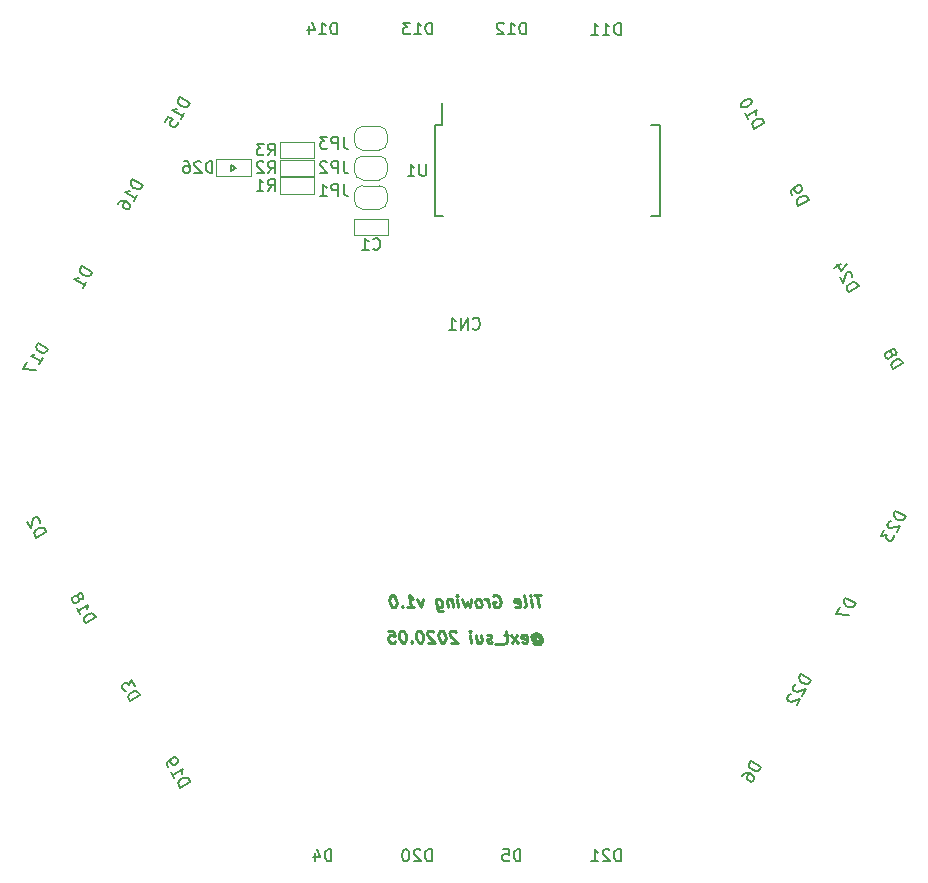
<source format=gbo>
G04 #@! TF.GenerationSoftware,KiCad,Pcbnew,(5.0.2)-1*
G04 #@! TF.CreationDate,2020-05-10T00:06:34+09:00*
G04 #@! TF.ProjectId,Tile,54696c65-2e6b-4696-9361-645f70636258,rev?*
G04 #@! TF.SameCoordinates,Original*
G04 #@! TF.FileFunction,Legend,Bot*
G04 #@! TF.FilePolarity,Positive*
%FSLAX46Y46*%
G04 Gerber Fmt 4.6, Leading zero omitted, Abs format (unit mm)*
G04 Created by KiCad (PCBNEW (5.0.2)-1) date 2020/05/10 0:06:34*
%MOMM*%
%LPD*%
G01*
G04 APERTURE LIST*
%ADD10C,0.250000*%
%ADD11C,0.150000*%
%ADD12C,0.120000*%
G04 APERTURE END LIST*
D10*
X135905729Y-121476190D02*
X135947395Y-121428571D01*
X136036681Y-121380952D01*
X136131919Y-121380952D01*
X136233110Y-121428571D01*
X136286681Y-121476190D01*
X136346205Y-121571428D01*
X136358110Y-121666666D01*
X136322395Y-121761904D01*
X136280729Y-121809523D01*
X136191443Y-121857142D01*
X136096205Y-121857142D01*
X135995014Y-121809523D01*
X135941443Y-121761904D01*
X135893824Y-121380952D02*
X135941443Y-121761904D01*
X135899776Y-121809523D01*
X135852157Y-121809523D01*
X135750967Y-121761904D01*
X135691443Y-121666666D01*
X135661681Y-121428571D01*
X135739062Y-121285714D01*
X135870014Y-121190476D01*
X136054538Y-121142857D01*
X136250967Y-121190476D01*
X136405729Y-121285714D01*
X136518824Y-121428571D01*
X136590252Y-121619047D01*
X136566443Y-121809523D01*
X136489062Y-121952380D01*
X136358110Y-122047619D01*
X136173586Y-122095238D01*
X135977157Y-122047619D01*
X135822395Y-121952380D01*
X134911681Y-121904761D02*
X135012872Y-121952380D01*
X135203348Y-121952380D01*
X135292633Y-121904761D01*
X135328348Y-121809523D01*
X135280729Y-121428571D01*
X135221205Y-121333333D01*
X135120014Y-121285714D01*
X134929538Y-121285714D01*
X134840252Y-121333333D01*
X134804538Y-121428571D01*
X134816443Y-121523809D01*
X135304538Y-121619047D01*
X134536681Y-121952380D02*
X133929538Y-121285714D01*
X134453348Y-121285714D02*
X134012872Y-121952380D01*
X133691443Y-121285714D02*
X133310491Y-121285714D01*
X133506919Y-120952380D02*
X133614062Y-121809523D01*
X133578348Y-121904761D01*
X133489062Y-121952380D01*
X133393824Y-121952380D01*
X133310491Y-122047619D02*
X132548586Y-122047619D01*
X132340252Y-121904761D02*
X132250967Y-121952380D01*
X132060491Y-121952380D01*
X131959300Y-121904761D01*
X131899776Y-121809523D01*
X131893824Y-121761904D01*
X131929538Y-121666666D01*
X132018824Y-121619047D01*
X132161681Y-121619047D01*
X132250967Y-121571428D01*
X132286681Y-121476190D01*
X132280729Y-121428571D01*
X132221205Y-121333333D01*
X132120014Y-121285714D01*
X131977157Y-121285714D01*
X131887872Y-121333333D01*
X130977157Y-121285714D02*
X131060491Y-121952380D01*
X131405729Y-121285714D02*
X131471205Y-121809523D01*
X131435491Y-121904761D01*
X131346205Y-121952380D01*
X131203348Y-121952380D01*
X131102157Y-121904761D01*
X131048586Y-121857142D01*
X130584300Y-121952380D02*
X130500967Y-121285714D01*
X130459300Y-120952380D02*
X130512872Y-121000000D01*
X130471205Y-121047619D01*
X130417633Y-121000000D01*
X130459300Y-120952380D01*
X130471205Y-121047619D01*
X129280729Y-121047619D02*
X129227157Y-121000000D01*
X129125967Y-120952380D01*
X128887872Y-120952380D01*
X128798586Y-121000000D01*
X128756919Y-121047619D01*
X128721205Y-121142857D01*
X128733110Y-121238095D01*
X128798586Y-121380952D01*
X129441443Y-121952380D01*
X128822395Y-121952380D01*
X128078348Y-120952380D02*
X127983110Y-120952380D01*
X127893824Y-121000000D01*
X127852157Y-121047619D01*
X127816443Y-121142857D01*
X127792633Y-121333333D01*
X127822395Y-121571428D01*
X127893824Y-121761904D01*
X127953348Y-121857142D01*
X128006919Y-121904761D01*
X128108110Y-121952380D01*
X128203348Y-121952380D01*
X128292633Y-121904761D01*
X128334300Y-121857142D01*
X128370014Y-121761904D01*
X128393824Y-121571428D01*
X128364062Y-121333333D01*
X128292633Y-121142857D01*
X128233110Y-121047619D01*
X128179538Y-121000000D01*
X128078348Y-120952380D01*
X127375967Y-121047619D02*
X127322395Y-121000000D01*
X127221205Y-120952380D01*
X126983110Y-120952380D01*
X126893824Y-121000000D01*
X126852157Y-121047619D01*
X126816443Y-121142857D01*
X126828348Y-121238095D01*
X126893824Y-121380952D01*
X127536681Y-121952380D01*
X126917633Y-121952380D01*
X126173586Y-120952380D02*
X126078348Y-120952380D01*
X125989062Y-121000000D01*
X125947395Y-121047619D01*
X125911681Y-121142857D01*
X125887872Y-121333333D01*
X125917633Y-121571428D01*
X125989062Y-121761904D01*
X126048586Y-121857142D01*
X126102157Y-121904761D01*
X126203348Y-121952380D01*
X126298586Y-121952380D01*
X126387872Y-121904761D01*
X126429538Y-121857142D01*
X126465252Y-121761904D01*
X126489062Y-121571428D01*
X126459300Y-121333333D01*
X126387872Y-121142857D01*
X126328348Y-121047619D01*
X126274776Y-121000000D01*
X126173586Y-120952380D01*
X125524776Y-121857142D02*
X125483110Y-121904761D01*
X125536681Y-121952380D01*
X125578348Y-121904761D01*
X125524776Y-121857142D01*
X125536681Y-121952380D01*
X124745014Y-120952380D02*
X124649776Y-120952380D01*
X124560491Y-121000000D01*
X124518824Y-121047619D01*
X124483110Y-121142857D01*
X124459300Y-121333333D01*
X124489062Y-121571428D01*
X124560491Y-121761904D01*
X124620014Y-121857142D01*
X124673586Y-121904761D01*
X124774776Y-121952380D01*
X124870014Y-121952380D01*
X124959300Y-121904761D01*
X125000967Y-121857142D01*
X125036681Y-121761904D01*
X125060491Y-121571428D01*
X125030729Y-121333333D01*
X124959300Y-121142857D01*
X124899776Y-121047619D01*
X124846205Y-121000000D01*
X124745014Y-120952380D01*
X123506919Y-120952380D02*
X123983110Y-120952380D01*
X124090252Y-121428571D01*
X124036681Y-121380952D01*
X123935491Y-121333333D01*
X123697395Y-121333333D01*
X123608110Y-121380952D01*
X123566443Y-121428571D01*
X123530729Y-121523809D01*
X123560491Y-121761904D01*
X123620014Y-121857142D01*
X123673586Y-121904761D01*
X123774776Y-121952380D01*
X124012872Y-121952380D01*
X124102157Y-121904761D01*
X124143824Y-121857142D01*
X136459300Y-117952380D02*
X135887872Y-117952380D01*
X136298586Y-118952380D02*
X136173586Y-117952380D01*
X135679538Y-118952380D02*
X135596205Y-118285714D01*
X135554538Y-117952380D02*
X135608110Y-118000000D01*
X135566443Y-118047619D01*
X135512872Y-118000000D01*
X135554538Y-117952380D01*
X135566443Y-118047619D01*
X135060491Y-118952380D02*
X135149776Y-118904761D01*
X135185491Y-118809523D01*
X135078348Y-117952380D01*
X134292633Y-118904761D02*
X134393824Y-118952380D01*
X134584300Y-118952380D01*
X134673586Y-118904761D01*
X134709300Y-118809523D01*
X134661681Y-118428571D01*
X134602157Y-118333333D01*
X134500967Y-118285714D01*
X134310491Y-118285714D01*
X134221205Y-118333333D01*
X134185491Y-118428571D01*
X134197395Y-118523809D01*
X134685491Y-118619047D01*
X132417633Y-118000000D02*
X132506919Y-117952380D01*
X132649776Y-117952380D01*
X132798586Y-118000000D01*
X132905729Y-118095238D01*
X132965252Y-118190476D01*
X133036681Y-118380952D01*
X133054538Y-118523809D01*
X133030729Y-118714285D01*
X132995014Y-118809523D01*
X132911681Y-118904761D01*
X132774776Y-118952380D01*
X132679538Y-118952380D01*
X132530729Y-118904761D01*
X132477157Y-118857142D01*
X132435491Y-118523809D01*
X132625967Y-118523809D01*
X132060491Y-118952380D02*
X131977157Y-118285714D01*
X132000967Y-118476190D02*
X131941443Y-118380952D01*
X131887872Y-118333333D01*
X131786681Y-118285714D01*
X131691443Y-118285714D01*
X131298586Y-118952380D02*
X131387872Y-118904761D01*
X131429538Y-118857142D01*
X131465252Y-118761904D01*
X131429538Y-118476190D01*
X131370014Y-118380952D01*
X131316443Y-118333333D01*
X131215252Y-118285714D01*
X131072395Y-118285714D01*
X130983110Y-118333333D01*
X130941443Y-118380952D01*
X130905729Y-118476190D01*
X130941443Y-118761904D01*
X131000967Y-118857142D01*
X131054538Y-118904761D01*
X131155729Y-118952380D01*
X131298586Y-118952380D01*
X130548586Y-118285714D02*
X130441443Y-118952380D01*
X130191443Y-118476190D01*
X130060491Y-118952380D01*
X129786681Y-118285714D01*
X129489062Y-118952380D02*
X129405729Y-118285714D01*
X129364062Y-117952380D02*
X129417633Y-118000000D01*
X129375967Y-118047619D01*
X129322395Y-118000000D01*
X129364062Y-117952380D01*
X129375967Y-118047619D01*
X128929538Y-118285714D02*
X129012872Y-118952380D01*
X128941443Y-118380952D02*
X128887872Y-118333333D01*
X128786681Y-118285714D01*
X128643824Y-118285714D01*
X128554538Y-118333333D01*
X128518824Y-118428571D01*
X128584300Y-118952380D01*
X127596205Y-118285714D02*
X127697395Y-119095238D01*
X127756919Y-119190476D01*
X127810491Y-119238095D01*
X127911681Y-119285714D01*
X128054538Y-119285714D01*
X128143824Y-119238095D01*
X127673586Y-118904761D02*
X127774776Y-118952380D01*
X127965252Y-118952380D01*
X128054538Y-118904761D01*
X128096205Y-118857142D01*
X128131919Y-118761904D01*
X128096205Y-118476190D01*
X128036681Y-118380952D01*
X127983110Y-118333333D01*
X127881919Y-118285714D01*
X127691443Y-118285714D01*
X127602157Y-118333333D01*
X126453348Y-118285714D02*
X126298586Y-118952380D01*
X125977157Y-118285714D01*
X125155729Y-118952380D02*
X125727157Y-118952380D01*
X125441443Y-118952380D02*
X125316443Y-117952380D01*
X125429538Y-118095238D01*
X125536681Y-118190476D01*
X125637872Y-118238095D01*
X124715252Y-118857142D02*
X124673586Y-118904761D01*
X124727157Y-118952380D01*
X124768824Y-118904761D01*
X124715252Y-118857142D01*
X124727157Y-118952380D01*
X123935491Y-117952380D02*
X123840252Y-117952380D01*
X123750967Y-118000000D01*
X123709300Y-118047619D01*
X123673586Y-118142857D01*
X123649776Y-118333333D01*
X123679538Y-118571428D01*
X123750967Y-118761904D01*
X123810491Y-118857142D01*
X123864062Y-118904761D01*
X123965252Y-118952380D01*
X124060491Y-118952380D01*
X124149776Y-118904761D01*
X124191443Y-118857142D01*
X124227157Y-118761904D01*
X124250967Y-118571428D01*
X124221205Y-118333333D01*
X124149776Y-118142857D01*
X124090252Y-118047619D01*
X124036681Y-118000000D01*
X123935491Y-117952380D01*
D11*
G04 #@! TO.C,U1*
X127475000Y-78125000D02*
X128125000Y-78125000D01*
X127475000Y-85875000D02*
X128220000Y-85875000D01*
X146525000Y-85875000D02*
X145780000Y-85875000D01*
X146525000Y-78125000D02*
X145780000Y-78125000D01*
X127475000Y-78125000D02*
X127475000Y-85875000D01*
X146525000Y-78125000D02*
X146525000Y-85875000D01*
X128125000Y-78125000D02*
X128125000Y-76300000D01*
D12*
G04 #@! TO.C,C1*
X123550000Y-86050000D02*
X123550000Y-87450000D01*
X120650000Y-86050000D02*
X120650000Y-87450000D01*
X120650000Y-87450000D02*
X123550000Y-87450000D01*
X123550000Y-86050000D02*
X120650000Y-86050000D01*
G04 #@! TO.C,D26*
X111890130Y-81046186D02*
X111890130Y-82446186D01*
X108990130Y-81046186D02*
X108990130Y-82446186D01*
X108990130Y-82446186D02*
X111890130Y-82446186D01*
X111890130Y-81046186D02*
X108990130Y-81046186D01*
D11*
X110190130Y-81496186D02*
X110190130Y-81996186D01*
X110690130Y-81746186D02*
X110190130Y-81496186D01*
X110690130Y-81746186D02*
X110190130Y-81996186D01*
D12*
G04 #@! TO.C,JP1*
X121380130Y-85253186D02*
X122780130Y-85253186D01*
X123480130Y-84553186D02*
X123480130Y-83953186D01*
X122780130Y-83253186D02*
X121380130Y-83253186D01*
X120680130Y-83953186D02*
X120680130Y-84553186D01*
X120680130Y-84553186D02*
G75*
G03X121380130Y-85253186I700000J0D01*
G01*
X121380130Y-83253186D02*
G75*
G03X120680130Y-83953186I0J-700000D01*
G01*
X123480130Y-83953186D02*
G75*
G03X122780130Y-83253186I-700000J0D01*
G01*
X122780130Y-85253186D02*
G75*
G03X123480130Y-84553186I0J700000D01*
G01*
G04 #@! TO.C,JP2*
X122780130Y-82753186D02*
G75*
G03X123480130Y-82053186I0J700000D01*
G01*
X123480130Y-81453186D02*
G75*
G03X122780130Y-80753186I-700000J0D01*
G01*
X121380130Y-80753186D02*
G75*
G03X120680130Y-81453186I0J-700000D01*
G01*
X120680130Y-82053186D02*
G75*
G03X121380130Y-82753186I700000J0D01*
G01*
X120680130Y-81453186D02*
X120680130Y-82053186D01*
X122780130Y-80753186D02*
X121380130Y-80753186D01*
X123480130Y-82053186D02*
X123480130Y-81453186D01*
X121380130Y-82753186D02*
X122780130Y-82753186D01*
G04 #@! TO.C,JP3*
X121380130Y-80253186D02*
X122780130Y-80253186D01*
X123480130Y-79553186D02*
X123480130Y-78953186D01*
X122780130Y-78253186D02*
X121380130Y-78253186D01*
X120680130Y-78953186D02*
X120680130Y-79553186D01*
X120680130Y-79553186D02*
G75*
G03X121380130Y-80253186I700000J0D01*
G01*
X121380130Y-78253186D02*
G75*
G03X120680130Y-78953186I0J-700000D01*
G01*
X123480130Y-78953186D02*
G75*
G03X122780130Y-78253186I-700000J0D01*
G01*
X122780130Y-80253186D02*
G75*
G03X123480130Y-79553186I0J700000D01*
G01*
G04 #@! TO.C,R1*
X117280130Y-82553186D02*
X114380130Y-82553186D01*
X114380130Y-83953186D02*
X117280130Y-83953186D01*
X114380130Y-82553186D02*
X114380130Y-83953186D01*
X117280130Y-82553186D02*
X117280130Y-83953186D01*
G04 #@! TO.C,R2*
X117280130Y-81053186D02*
X114380130Y-81053186D01*
X114380130Y-82453186D02*
X117280130Y-82453186D01*
X114380130Y-81053186D02*
X114380130Y-82453186D01*
X117280130Y-81053186D02*
X117280130Y-82453186D01*
G04 #@! TO.C,R3*
X117280130Y-79553186D02*
X117280130Y-80953186D01*
X114380130Y-79553186D02*
X114380130Y-80953186D01*
X114380130Y-80953186D02*
X117280130Y-80953186D01*
X117280130Y-79553186D02*
X114380130Y-79553186D01*
G04 #@! TO.C,U1*
D11*
X126761904Y-81452380D02*
X126761904Y-82261904D01*
X126714285Y-82357142D01*
X126666666Y-82404761D01*
X126571428Y-82452380D01*
X126380952Y-82452380D01*
X126285714Y-82404761D01*
X126238095Y-82357142D01*
X126190476Y-82261904D01*
X126190476Y-81452380D01*
X125190476Y-82452380D02*
X125761904Y-82452380D01*
X125476190Y-82452380D02*
X125476190Y-81452380D01*
X125571428Y-81595238D01*
X125666666Y-81690476D01*
X125761904Y-81738095D01*
G04 #@! TO.C,C1*
X122266666Y-88607142D02*
X122314285Y-88654761D01*
X122457142Y-88702380D01*
X122552380Y-88702380D01*
X122695238Y-88654761D01*
X122790476Y-88559523D01*
X122838095Y-88464285D01*
X122885714Y-88273809D01*
X122885714Y-88130952D01*
X122838095Y-87940476D01*
X122790476Y-87845238D01*
X122695238Y-87750000D01*
X122552380Y-87702380D01*
X122457142Y-87702380D01*
X122314285Y-87750000D01*
X122266666Y-87797619D01*
X121314285Y-88702380D02*
X121885714Y-88702380D01*
X121600000Y-88702380D02*
X121600000Y-87702380D01*
X121695238Y-87845238D01*
X121790476Y-87940476D01*
X121885714Y-87988095D01*
G04 #@! TO.C,D26*
X108654415Y-82198566D02*
X108654415Y-81198566D01*
X108416320Y-81198566D01*
X108273463Y-81246186D01*
X108178225Y-81341424D01*
X108130606Y-81436662D01*
X108082987Y-81627138D01*
X108082987Y-81769995D01*
X108130606Y-81960471D01*
X108178225Y-82055709D01*
X108273463Y-82150947D01*
X108416320Y-82198566D01*
X108654415Y-82198566D01*
X107702034Y-81293805D02*
X107654415Y-81246186D01*
X107559177Y-81198566D01*
X107321082Y-81198566D01*
X107225844Y-81246186D01*
X107178225Y-81293805D01*
X107130606Y-81389043D01*
X107130606Y-81484281D01*
X107178225Y-81627138D01*
X107749653Y-82198566D01*
X107130606Y-82198566D01*
X106273463Y-81198566D02*
X106463939Y-81198566D01*
X106559177Y-81246186D01*
X106606796Y-81293805D01*
X106702034Y-81436662D01*
X106749653Y-81627138D01*
X106749653Y-82008090D01*
X106702034Y-82103328D01*
X106654415Y-82150947D01*
X106559177Y-82198566D01*
X106368701Y-82198566D01*
X106273463Y-82150947D01*
X106225844Y-82103328D01*
X106178225Y-82008090D01*
X106178225Y-81769995D01*
X106225844Y-81674757D01*
X106273463Y-81627138D01*
X106368701Y-81579519D01*
X106559177Y-81579519D01*
X106654415Y-81627138D01*
X106702034Y-81674757D01*
X106749653Y-81769995D01*
G04 #@! TO.C,JP1*
X119763463Y-83138566D02*
X119763463Y-83852852D01*
X119811082Y-83995709D01*
X119906320Y-84090947D01*
X120049177Y-84138566D01*
X120144415Y-84138566D01*
X119287272Y-84138566D02*
X119287272Y-83138566D01*
X118906320Y-83138566D01*
X118811082Y-83186186D01*
X118763463Y-83233805D01*
X118715844Y-83329043D01*
X118715844Y-83471900D01*
X118763463Y-83567138D01*
X118811082Y-83614757D01*
X118906320Y-83662376D01*
X119287272Y-83662376D01*
X117763463Y-84138566D02*
X118334891Y-84138566D01*
X118049177Y-84138566D02*
X118049177Y-83138566D01*
X118144415Y-83281424D01*
X118239653Y-83376662D01*
X118334891Y-83424281D01*
G04 #@! TO.C,JP2*
X119763463Y-81205566D02*
X119763463Y-81919852D01*
X119811082Y-82062709D01*
X119906320Y-82157947D01*
X120049177Y-82205566D01*
X120144415Y-82205566D01*
X119287272Y-82205566D02*
X119287272Y-81205566D01*
X118906320Y-81205566D01*
X118811082Y-81253186D01*
X118763463Y-81300805D01*
X118715844Y-81396043D01*
X118715844Y-81538900D01*
X118763463Y-81634138D01*
X118811082Y-81681757D01*
X118906320Y-81729376D01*
X119287272Y-81729376D01*
X118334891Y-81300805D02*
X118287272Y-81253186D01*
X118192034Y-81205566D01*
X117953939Y-81205566D01*
X117858701Y-81253186D01*
X117811082Y-81300805D01*
X117763463Y-81396043D01*
X117763463Y-81491281D01*
X117811082Y-81634138D01*
X118382510Y-82205566D01*
X117763463Y-82205566D01*
G04 #@! TO.C,JP3*
X119763463Y-79138566D02*
X119763463Y-79852852D01*
X119811082Y-79995709D01*
X119906320Y-80090947D01*
X120049177Y-80138566D01*
X120144415Y-80138566D01*
X119287272Y-80138566D02*
X119287272Y-79138566D01*
X118906320Y-79138566D01*
X118811082Y-79186186D01*
X118763463Y-79233805D01*
X118715844Y-79329043D01*
X118715844Y-79471900D01*
X118763463Y-79567138D01*
X118811082Y-79614757D01*
X118906320Y-79662376D01*
X119287272Y-79662376D01*
X118382510Y-79138566D02*
X117763463Y-79138566D01*
X118096796Y-79519519D01*
X117953939Y-79519519D01*
X117858701Y-79567138D01*
X117811082Y-79614757D01*
X117763463Y-79709995D01*
X117763463Y-79948090D01*
X117811082Y-80043328D01*
X117858701Y-80090947D01*
X117953939Y-80138566D01*
X118239653Y-80138566D01*
X118334891Y-80090947D01*
X118382510Y-80043328D01*
G04 #@! TO.C,R1*
X113346796Y-83705566D02*
X113680130Y-83229376D01*
X113918225Y-83705566D02*
X113918225Y-82705566D01*
X113537272Y-82705566D01*
X113442034Y-82753186D01*
X113394415Y-82800805D01*
X113346796Y-82896043D01*
X113346796Y-83038900D01*
X113394415Y-83134138D01*
X113442034Y-83181757D01*
X113537272Y-83229376D01*
X113918225Y-83229376D01*
X112394415Y-83705566D02*
X112965844Y-83705566D01*
X112680130Y-83705566D02*
X112680130Y-82705566D01*
X112775368Y-82848424D01*
X112870606Y-82943662D01*
X112965844Y-82991281D01*
G04 #@! TO.C,R2*
X113346796Y-82205566D02*
X113680130Y-81729376D01*
X113918225Y-82205566D02*
X113918225Y-81205566D01*
X113537272Y-81205566D01*
X113442034Y-81253186D01*
X113394415Y-81300805D01*
X113346796Y-81396043D01*
X113346796Y-81538900D01*
X113394415Y-81634138D01*
X113442034Y-81681757D01*
X113537272Y-81729376D01*
X113918225Y-81729376D01*
X112965844Y-81300805D02*
X112918225Y-81253186D01*
X112822987Y-81205566D01*
X112584891Y-81205566D01*
X112489653Y-81253186D01*
X112442034Y-81300805D01*
X112394415Y-81396043D01*
X112394415Y-81491281D01*
X112442034Y-81634138D01*
X113013463Y-82205566D01*
X112394415Y-82205566D01*
G04 #@! TO.C,R3*
X113346796Y-80705566D02*
X113680130Y-80229376D01*
X113918225Y-80705566D02*
X113918225Y-79705566D01*
X113537272Y-79705566D01*
X113442034Y-79753186D01*
X113394415Y-79800805D01*
X113346796Y-79896043D01*
X113346796Y-80038900D01*
X113394415Y-80134138D01*
X113442034Y-80181757D01*
X113537272Y-80229376D01*
X113918225Y-80229376D01*
X113013463Y-79705566D02*
X112394415Y-79705566D01*
X112727749Y-80086519D01*
X112584891Y-80086519D01*
X112489653Y-80134138D01*
X112442034Y-80181757D01*
X112394415Y-80276995D01*
X112394415Y-80515090D01*
X112442034Y-80610328D01*
X112489653Y-80657947D01*
X112584891Y-80705566D01*
X112870606Y-80705566D01*
X112965844Y-80657947D01*
X113013463Y-80610328D01*
G04 #@! TO.C,D1*
X98460821Y-90586981D02*
X97594795Y-90086981D01*
X97475747Y-90293177D01*
X97445558Y-90440705D01*
X97480418Y-90570802D01*
X97539087Y-90659661D01*
X97680235Y-90796138D01*
X97803952Y-90867567D01*
X97992719Y-90921565D01*
X98099007Y-90927945D01*
X98229105Y-90893086D01*
X98341773Y-90793177D01*
X98460821Y-90586981D01*
X97698916Y-91906639D02*
X97984630Y-91411767D01*
X97841773Y-91659203D02*
X96975747Y-91159203D01*
X97147084Y-91148153D01*
X97277182Y-91113293D01*
X97366040Y-91054624D01*
G04 #@! TO.C,D2*
X93727274Y-113065400D02*
X94593299Y-112565400D01*
X94474252Y-112359204D01*
X94361584Y-112259295D01*
X94231486Y-112224436D01*
X94125198Y-112230815D01*
X93936431Y-112284814D01*
X93812713Y-112356243D01*
X93671565Y-112492720D01*
X93612896Y-112581579D01*
X93578037Y-112711676D01*
X93608226Y-112859204D01*
X93727274Y-113065400D01*
X94034630Y-111788233D02*
X94052060Y-111723184D01*
X94045680Y-111616896D01*
X93926632Y-111410700D01*
X93837774Y-111352031D01*
X93772725Y-111334601D01*
X93666437Y-111340981D01*
X93583959Y-111388600D01*
X93484050Y-111501267D01*
X93274893Y-112281853D01*
X92965369Y-111745742D01*
G04 #@! TO.C,D3*
X101677274Y-126915399D02*
X102543299Y-126415399D01*
X102424252Y-126209203D01*
X102311584Y-126109294D01*
X102181486Y-126074435D01*
X102075198Y-126080814D01*
X101886431Y-126134813D01*
X101762713Y-126206242D01*
X101621565Y-126342719D01*
X101562896Y-126431578D01*
X101528037Y-126561675D01*
X101558226Y-126709203D01*
X101677274Y-126915399D01*
X102090918Y-125631852D02*
X101781394Y-125095741D01*
X101618147Y-125574893D01*
X101546718Y-125451175D01*
X101457860Y-125392506D01*
X101392811Y-125375076D01*
X101286523Y-125381456D01*
X101080326Y-125500503D01*
X101021657Y-125589362D01*
X101004227Y-125654411D01*
X101010607Y-125760699D01*
X101153464Y-126008134D01*
X101242323Y-126066804D01*
X101307371Y-126084233D01*
G04 #@! TO.C,D4*
X118738095Y-140452380D02*
X118738095Y-139452380D01*
X118500000Y-139452380D01*
X118357142Y-139500000D01*
X118261904Y-139595238D01*
X118214285Y-139690476D01*
X118166666Y-139880952D01*
X118166666Y-140023809D01*
X118214285Y-140214285D01*
X118261904Y-140309523D01*
X118357142Y-140404761D01*
X118500000Y-140452380D01*
X118738095Y-140452380D01*
X117309523Y-139785714D02*
X117309523Y-140452380D01*
X117547619Y-139404761D02*
X117785714Y-140119047D01*
X117166666Y-140119047D01*
G04 #@! TO.C,D5*
X134738095Y-140452380D02*
X134738095Y-139452380D01*
X134500000Y-139452380D01*
X134357142Y-139500000D01*
X134261904Y-139595238D01*
X134214285Y-139690476D01*
X134166666Y-139880952D01*
X134166666Y-140023809D01*
X134214285Y-140214285D01*
X134261904Y-140309523D01*
X134357142Y-140404761D01*
X134500000Y-140452380D01*
X134738095Y-140452380D01*
X133261904Y-139452380D02*
X133738095Y-139452380D01*
X133785714Y-139928571D01*
X133738095Y-139880952D01*
X133642857Y-139833333D01*
X133404761Y-139833333D01*
X133309523Y-139880952D01*
X133261904Y-139928571D01*
X133214285Y-140023809D01*
X133214285Y-140261904D01*
X133261904Y-140357142D01*
X133309523Y-140404761D01*
X133404761Y-140452380D01*
X133642857Y-140452380D01*
X133738095Y-140404761D01*
X133785714Y-140357142D01*
G04 #@! TO.C,D6*
X155110821Y-132486981D02*
X154244795Y-131986981D01*
X154125747Y-132193177D01*
X154095558Y-132340705D01*
X154130418Y-132470802D01*
X154189087Y-132559661D01*
X154330235Y-132696138D01*
X154453952Y-132767567D01*
X154642719Y-132821565D01*
X154749007Y-132827945D01*
X154879105Y-132793086D01*
X154991773Y-132693177D01*
X155110821Y-132486981D01*
X153530509Y-133224160D02*
X153625747Y-133059203D01*
X153714606Y-133000534D01*
X153779655Y-132983104D01*
X153950992Y-132972054D01*
X154139758Y-133026053D01*
X154469673Y-133216529D01*
X154528342Y-133305387D01*
X154545772Y-133370436D01*
X154539392Y-133476724D01*
X154444154Y-133641681D01*
X154355295Y-133700350D01*
X154290247Y-133717780D01*
X154183959Y-133711400D01*
X153977762Y-133592353D01*
X153919093Y-133503494D01*
X153901663Y-133438446D01*
X153908043Y-133332157D01*
X154003281Y-133167200D01*
X154092139Y-133108531D01*
X154157188Y-133091101D01*
X154263476Y-133097481D01*
G04 #@! TO.C,D7*
X163110821Y-118636981D02*
X162244795Y-118136981D01*
X162125747Y-118343177D01*
X162095558Y-118490705D01*
X162130418Y-118620802D01*
X162189087Y-118709661D01*
X162330235Y-118846138D01*
X162453952Y-118917567D01*
X162642719Y-118971565D01*
X162749007Y-118977945D01*
X162879105Y-118943086D01*
X162991773Y-118843177D01*
X163110821Y-118636981D01*
X161792414Y-118920528D02*
X161459081Y-119497878D01*
X162539392Y-119626724D01*
G04 #@! TO.C,D8*
X166277273Y-98815399D02*
X167143298Y-98315399D01*
X167024251Y-98109203D01*
X166911583Y-98009294D01*
X166781485Y-97974435D01*
X166675197Y-97980814D01*
X166486430Y-98034813D01*
X166362712Y-98106242D01*
X166221564Y-98242719D01*
X166162895Y-98331578D01*
X166128036Y-98461675D01*
X166158225Y-98609203D01*
X166277273Y-98815399D01*
X166200716Y-97539942D02*
X166289574Y-97598611D01*
X166354623Y-97616040D01*
X166460911Y-97609661D01*
X166502150Y-97585851D01*
X166560820Y-97496993D01*
X166578249Y-97431944D01*
X166571870Y-97325656D01*
X166476631Y-97160699D01*
X166387773Y-97102030D01*
X166322724Y-97084600D01*
X166216436Y-97090980D01*
X166175197Y-97114789D01*
X166116528Y-97203647D01*
X166099098Y-97268696D01*
X166105478Y-97374984D01*
X166200716Y-97539942D01*
X166207096Y-97646230D01*
X166189666Y-97711279D01*
X166130997Y-97800137D01*
X165966039Y-97895375D01*
X165859751Y-97901755D01*
X165794703Y-97884325D01*
X165705844Y-97825656D01*
X165610606Y-97660699D01*
X165604226Y-97554411D01*
X165621656Y-97489362D01*
X165680325Y-97400503D01*
X165845282Y-97305265D01*
X165951571Y-97298886D01*
X166016619Y-97316315D01*
X166105478Y-97374984D01*
G04 #@! TO.C,D9*
X158277274Y-84965399D02*
X159143299Y-84465399D01*
X159024252Y-84259203D01*
X158911584Y-84159294D01*
X158781486Y-84124435D01*
X158675198Y-84130814D01*
X158486431Y-84184813D01*
X158362713Y-84256242D01*
X158221565Y-84392719D01*
X158162896Y-84481578D01*
X158128037Y-84611675D01*
X158158226Y-84759203D01*
X158277274Y-84965399D01*
X157753464Y-84058134D02*
X157658226Y-83893177D01*
X157651846Y-83786889D01*
X157669276Y-83721840D01*
X157745375Y-83567933D01*
X157886523Y-83431456D01*
X158216437Y-83240980D01*
X158322725Y-83234600D01*
X158387774Y-83252030D01*
X158476632Y-83310699D01*
X158571871Y-83475656D01*
X158578250Y-83581944D01*
X158560821Y-83646993D01*
X158502151Y-83735851D01*
X158295955Y-83854899D01*
X158189667Y-83861279D01*
X158124618Y-83843849D01*
X158035760Y-83785180D01*
X157940521Y-83620222D01*
X157934142Y-83513934D01*
X157951572Y-83448886D01*
X158010241Y-83360027D01*
G04 #@! TO.C,D10*
X154515368Y-78427792D02*
X155381393Y-77927792D01*
X155262346Y-77721596D01*
X155149678Y-77621687D01*
X155019580Y-77586828D01*
X154913292Y-77593208D01*
X154724525Y-77647206D01*
X154600807Y-77718635D01*
X154459660Y-77855112D01*
X154400991Y-77943971D01*
X154366131Y-78074068D01*
X154396320Y-78221596D01*
X154515368Y-78427792D01*
X153753463Y-77108134D02*
X154039177Y-77603006D01*
X153896320Y-77355570D02*
X154762346Y-76855570D01*
X154686247Y-77009478D01*
X154651387Y-77139575D01*
X154657767Y-77245863D01*
X154309965Y-76072024D02*
X154262346Y-75989545D01*
X154173487Y-75930876D01*
X154108439Y-75913446D01*
X154002150Y-75919826D01*
X153813384Y-75973825D01*
X153607187Y-76092872D01*
X153466039Y-76229350D01*
X153407370Y-76318208D01*
X153389941Y-76383257D01*
X153396320Y-76489545D01*
X153443939Y-76572024D01*
X153532798Y-76630693D01*
X153597847Y-76648122D01*
X153704135Y-76641743D01*
X153892901Y-76587744D01*
X154099098Y-76468696D01*
X154240246Y-76332219D01*
X154298915Y-76243360D01*
X154316345Y-76178312D01*
X154309965Y-76072024D01*
G04 #@! TO.C,D11*
X143214285Y-70502380D02*
X143214285Y-69502380D01*
X142976190Y-69502380D01*
X142833333Y-69550000D01*
X142738095Y-69645238D01*
X142690476Y-69740476D01*
X142642857Y-69930952D01*
X142642857Y-70073809D01*
X142690476Y-70264285D01*
X142738095Y-70359523D01*
X142833333Y-70454761D01*
X142976190Y-70502380D01*
X143214285Y-70502380D01*
X141690476Y-70502380D02*
X142261904Y-70502380D01*
X141976190Y-70502380D02*
X141976190Y-69502380D01*
X142071428Y-69645238D01*
X142166666Y-69740476D01*
X142261904Y-69788095D01*
X140738095Y-70502380D02*
X141309523Y-70502380D01*
X141023809Y-70502380D02*
X141023809Y-69502380D01*
X141119047Y-69645238D01*
X141214285Y-69740476D01*
X141309523Y-69788095D01*
G04 #@! TO.C,D12*
X135214285Y-70452380D02*
X135214285Y-69452380D01*
X134976190Y-69452380D01*
X134833333Y-69500000D01*
X134738095Y-69595238D01*
X134690476Y-69690476D01*
X134642857Y-69880952D01*
X134642857Y-70023809D01*
X134690476Y-70214285D01*
X134738095Y-70309523D01*
X134833333Y-70404761D01*
X134976190Y-70452380D01*
X135214285Y-70452380D01*
X133690476Y-70452380D02*
X134261904Y-70452380D01*
X133976190Y-70452380D02*
X133976190Y-69452380D01*
X134071428Y-69595238D01*
X134166666Y-69690476D01*
X134261904Y-69738095D01*
X133309523Y-69547619D02*
X133261904Y-69500000D01*
X133166666Y-69452380D01*
X132928571Y-69452380D01*
X132833333Y-69500000D01*
X132785714Y-69547619D01*
X132738095Y-69642857D01*
X132738095Y-69738095D01*
X132785714Y-69880952D01*
X133357142Y-70452380D01*
X132738095Y-70452380D01*
G04 #@! TO.C,D13*
X127264285Y-70452380D02*
X127264285Y-69452380D01*
X127026190Y-69452380D01*
X126883333Y-69500000D01*
X126788095Y-69595238D01*
X126740476Y-69690476D01*
X126692857Y-69880952D01*
X126692857Y-70023809D01*
X126740476Y-70214285D01*
X126788095Y-70309523D01*
X126883333Y-70404761D01*
X127026190Y-70452380D01*
X127264285Y-70452380D01*
X125740476Y-70452380D02*
X126311904Y-70452380D01*
X126026190Y-70452380D02*
X126026190Y-69452380D01*
X126121428Y-69595238D01*
X126216666Y-69690476D01*
X126311904Y-69738095D01*
X125407142Y-69452380D02*
X124788095Y-69452380D01*
X125121428Y-69833333D01*
X124978571Y-69833333D01*
X124883333Y-69880952D01*
X124835714Y-69928571D01*
X124788095Y-70023809D01*
X124788095Y-70261904D01*
X124835714Y-70357142D01*
X124883333Y-70404761D01*
X124978571Y-70452380D01*
X125264285Y-70452380D01*
X125359523Y-70404761D01*
X125407142Y-70357142D01*
G04 #@! TO.C,D14*
X119214285Y-70452380D02*
X119214285Y-69452380D01*
X118976190Y-69452380D01*
X118833333Y-69500000D01*
X118738095Y-69595238D01*
X118690476Y-69690476D01*
X118642857Y-69880952D01*
X118642857Y-70023809D01*
X118690476Y-70214285D01*
X118738095Y-70309523D01*
X118833333Y-70404761D01*
X118976190Y-70452380D01*
X119214285Y-70452380D01*
X117690476Y-70452380D02*
X118261904Y-70452380D01*
X117976190Y-70452380D02*
X117976190Y-69452380D01*
X118071428Y-69595238D01*
X118166666Y-69690476D01*
X118261904Y-69738095D01*
X116833333Y-69785714D02*
X116833333Y-70452380D01*
X117071428Y-69404761D02*
X117309523Y-70119047D01*
X116690476Y-70119047D01*
G04 #@! TO.C,D15*
X106748916Y-76274588D02*
X105882890Y-75774588D01*
X105763843Y-75980784D01*
X105733653Y-76128312D01*
X105768513Y-76258409D01*
X105827182Y-76347268D01*
X105968330Y-76483745D01*
X106092048Y-76555174D01*
X106280814Y-76609172D01*
X106387103Y-76615552D01*
X106517200Y-76580693D01*
X106629868Y-76480784D01*
X106748916Y-76274588D01*
X105987011Y-77594245D02*
X106272725Y-77099374D01*
X106129868Y-77346810D02*
X105263843Y-76846810D01*
X105435180Y-76835760D01*
X105565277Y-76800900D01*
X105654136Y-76742231D01*
X104668605Y-77877792D02*
X104906700Y-77465399D01*
X105342902Y-77662255D01*
X105277854Y-77679685D01*
X105188995Y-77738354D01*
X105069948Y-77944551D01*
X105063568Y-78050839D01*
X105080998Y-78115887D01*
X105139667Y-78204746D01*
X105345863Y-78323793D01*
X105452151Y-78330173D01*
X105517200Y-78312743D01*
X105606059Y-78254074D01*
X105725106Y-78047878D01*
X105731486Y-77941590D01*
X105714056Y-77876541D01*
G04 #@! TO.C,D16*
X102748916Y-83224588D02*
X101882890Y-82724588D01*
X101763843Y-82930784D01*
X101733653Y-83078312D01*
X101768513Y-83208409D01*
X101827182Y-83297268D01*
X101968330Y-83433745D01*
X102092048Y-83505174D01*
X102280814Y-83559172D01*
X102387103Y-83565552D01*
X102517200Y-83530693D01*
X102629868Y-83430784D01*
X102748916Y-83224588D01*
X101987011Y-84544245D02*
X102272725Y-84049374D01*
X102129868Y-84296810D02*
X101263843Y-83796810D01*
X101435180Y-83785760D01*
X101565277Y-83750900D01*
X101654136Y-83692231D01*
X100692414Y-84786553D02*
X100787652Y-84621596D01*
X100876511Y-84562927D01*
X100941559Y-84545497D01*
X101112896Y-84534447D01*
X101301663Y-84588446D01*
X101631578Y-84778922D01*
X101690247Y-84867780D01*
X101707676Y-84932829D01*
X101701297Y-85039117D01*
X101606059Y-85204074D01*
X101517200Y-85262743D01*
X101452151Y-85280173D01*
X101345863Y-85273793D01*
X101139667Y-85154746D01*
X101080998Y-85065887D01*
X101063568Y-85000839D01*
X101069948Y-84894551D01*
X101165186Y-84729593D01*
X101254044Y-84670924D01*
X101319093Y-84653494D01*
X101425381Y-84659874D01*
G04 #@! TO.C,D17*
X94748916Y-97074588D02*
X93882890Y-96574588D01*
X93763843Y-96780784D01*
X93733653Y-96928312D01*
X93768513Y-97058409D01*
X93827182Y-97147268D01*
X93968330Y-97283745D01*
X94092048Y-97355174D01*
X94280814Y-97409172D01*
X94387103Y-97415552D01*
X94517200Y-97380693D01*
X94629868Y-97280784D01*
X94748916Y-97074588D01*
X93987011Y-98394245D02*
X94272725Y-97899374D01*
X94129868Y-98146810D02*
X93263843Y-97646810D01*
X93435180Y-97635760D01*
X93565277Y-97600900D01*
X93654136Y-97542231D01*
X92954319Y-98182921D02*
X92620986Y-98760271D01*
X93701297Y-98889117D01*
G04 #@! TO.C,D18*
X97915370Y-120327792D02*
X98781395Y-119827792D01*
X98662348Y-119621596D01*
X98549680Y-119521687D01*
X98419582Y-119486828D01*
X98313294Y-119493208D01*
X98124527Y-119547206D01*
X98000809Y-119618635D01*
X97859662Y-119755112D01*
X97800993Y-119843971D01*
X97766133Y-119974068D01*
X97796322Y-120121596D01*
X97915370Y-120327792D01*
X97153465Y-119008134D02*
X97439179Y-119503006D01*
X97296322Y-119255570D02*
X98162348Y-118755570D01*
X98086249Y-118909478D01*
X98051389Y-119039575D01*
X98057769Y-119145863D01*
X97362623Y-118227549D02*
X97451481Y-118286218D01*
X97516530Y-118303647D01*
X97622818Y-118297268D01*
X97664057Y-118273458D01*
X97722726Y-118184600D01*
X97740156Y-118119551D01*
X97733776Y-118013263D01*
X97638538Y-117848306D01*
X97549680Y-117789637D01*
X97484631Y-117772207D01*
X97378343Y-117778586D01*
X97337104Y-117802396D01*
X97278435Y-117891254D01*
X97261005Y-117956303D01*
X97267384Y-118062591D01*
X97362623Y-118227549D01*
X97369002Y-118333837D01*
X97351573Y-118398886D01*
X97292903Y-118487744D01*
X97127946Y-118582982D01*
X97021658Y-118589362D01*
X96956609Y-118571932D01*
X96867751Y-118513263D01*
X96772513Y-118348306D01*
X96766133Y-118242017D01*
X96783563Y-118176969D01*
X96842232Y-118088110D01*
X97007189Y-117992872D01*
X97113477Y-117986492D01*
X97178526Y-118003922D01*
X97267384Y-118062591D01*
G04 #@! TO.C,D19*
X105915369Y-134227792D02*
X106781394Y-133727792D01*
X106662347Y-133521596D01*
X106549679Y-133421687D01*
X106419581Y-133386828D01*
X106313293Y-133393208D01*
X106124526Y-133447206D01*
X106000808Y-133518635D01*
X105859661Y-133655112D01*
X105800992Y-133743971D01*
X105766132Y-133874068D01*
X105796321Y-134021596D01*
X105915369Y-134227792D01*
X105153464Y-132908134D02*
X105439178Y-133403006D01*
X105296321Y-133155570D02*
X106162347Y-132655570D01*
X106086248Y-132809478D01*
X106051388Y-132939575D01*
X106057768Y-133045863D01*
X104915369Y-132495741D02*
X104820131Y-132330784D01*
X104813751Y-132224496D01*
X104831181Y-132159447D01*
X104907280Y-132005540D01*
X105048427Y-131869063D01*
X105378342Y-131678586D01*
X105484630Y-131672207D01*
X105549679Y-131689637D01*
X105638537Y-131748306D01*
X105733775Y-131913263D01*
X105740155Y-132019551D01*
X105722725Y-132084600D01*
X105664056Y-132173458D01*
X105457860Y-132292506D01*
X105351572Y-132298886D01*
X105286523Y-132281456D01*
X105197664Y-132222787D01*
X105102426Y-132057829D01*
X105096047Y-131951541D01*
X105113476Y-131886492D01*
X105172145Y-131797634D01*
G04 #@! TO.C,D20*
X127214285Y-140452380D02*
X127214285Y-139452380D01*
X126976190Y-139452380D01*
X126833333Y-139500000D01*
X126738095Y-139595238D01*
X126690476Y-139690476D01*
X126642857Y-139880952D01*
X126642857Y-140023809D01*
X126690476Y-140214285D01*
X126738095Y-140309523D01*
X126833333Y-140404761D01*
X126976190Y-140452380D01*
X127214285Y-140452380D01*
X126261904Y-139547619D02*
X126214285Y-139500000D01*
X126119047Y-139452380D01*
X125880952Y-139452380D01*
X125785714Y-139500000D01*
X125738095Y-139547619D01*
X125690476Y-139642857D01*
X125690476Y-139738095D01*
X125738095Y-139880952D01*
X126309523Y-140452380D01*
X125690476Y-140452380D01*
X125071428Y-139452380D02*
X124976190Y-139452380D01*
X124880952Y-139500000D01*
X124833333Y-139547619D01*
X124785714Y-139642857D01*
X124738095Y-139833333D01*
X124738095Y-140071428D01*
X124785714Y-140261904D01*
X124833333Y-140357142D01*
X124880952Y-140404761D01*
X124976190Y-140452380D01*
X125071428Y-140452380D01*
X125166666Y-140404761D01*
X125214285Y-140357142D01*
X125261904Y-140261904D01*
X125309523Y-140071428D01*
X125309523Y-139833333D01*
X125261904Y-139642857D01*
X125214285Y-139547619D01*
X125166666Y-139500000D01*
X125071428Y-139452380D01*
G04 #@! TO.C,D21*
X143214285Y-140452380D02*
X143214285Y-139452380D01*
X142976190Y-139452380D01*
X142833333Y-139500000D01*
X142738095Y-139595238D01*
X142690476Y-139690476D01*
X142642857Y-139880952D01*
X142642857Y-140023809D01*
X142690476Y-140214285D01*
X142738095Y-140309523D01*
X142833333Y-140404761D01*
X142976190Y-140452380D01*
X143214285Y-140452380D01*
X142261904Y-139547619D02*
X142214285Y-139500000D01*
X142119047Y-139452380D01*
X141880952Y-139452380D01*
X141785714Y-139500000D01*
X141738095Y-139547619D01*
X141690476Y-139642857D01*
X141690476Y-139738095D01*
X141738095Y-139880952D01*
X142309523Y-140452380D01*
X141690476Y-140452380D01*
X140738095Y-140452380D02*
X141309523Y-140452380D01*
X141023809Y-140452380D02*
X141023809Y-139452380D01*
X141119047Y-139595238D01*
X141214285Y-139690476D01*
X141309523Y-139738095D01*
G04 #@! TO.C,D22*
X159348916Y-125124588D02*
X158482890Y-124624588D01*
X158363843Y-124830784D01*
X158333653Y-124978312D01*
X158368513Y-125108409D01*
X158427182Y-125197268D01*
X158568330Y-125333745D01*
X158692048Y-125405174D01*
X158880814Y-125459172D01*
X158987103Y-125465552D01*
X159117200Y-125430693D01*
X159229868Y-125330784D01*
X159348916Y-125124588D01*
X158089178Y-125496993D02*
X158024130Y-125514423D01*
X157935271Y-125573092D01*
X157816224Y-125779288D01*
X157809844Y-125885576D01*
X157827274Y-125950625D01*
X157885943Y-126039484D01*
X157968421Y-126087103D01*
X158115949Y-126117292D01*
X158896535Y-125908134D01*
X158587011Y-126444245D01*
X157612988Y-126321779D02*
X157547939Y-126339209D01*
X157459081Y-126397878D01*
X157340033Y-126604074D01*
X157333653Y-126710362D01*
X157351083Y-126775411D01*
X157409752Y-126864270D01*
X157492231Y-126911889D01*
X157639758Y-126942078D01*
X158420344Y-126732921D01*
X158110821Y-127269032D01*
G04 #@! TO.C,D23*
X167348916Y-111274588D02*
X166482890Y-110774588D01*
X166363843Y-110980784D01*
X166333653Y-111128312D01*
X166368513Y-111258409D01*
X166427182Y-111347268D01*
X166568330Y-111483745D01*
X166692048Y-111555174D01*
X166880814Y-111609172D01*
X166987103Y-111615552D01*
X167117200Y-111580693D01*
X167229868Y-111480784D01*
X167348916Y-111274588D01*
X166089178Y-111646993D02*
X166024130Y-111664423D01*
X165935271Y-111723092D01*
X165816224Y-111929288D01*
X165809844Y-112035576D01*
X165827274Y-112100625D01*
X165885943Y-112189484D01*
X165968421Y-112237103D01*
X166115949Y-112267292D01*
X166896535Y-112058134D01*
X166587011Y-112594245D01*
X165554319Y-112382921D02*
X165244795Y-112919032D01*
X165741376Y-112820833D01*
X165669948Y-112944551D01*
X165663568Y-113050839D01*
X165680998Y-113115887D01*
X165739667Y-113204746D01*
X165945863Y-113323793D01*
X166052151Y-113330173D01*
X166117200Y-113312743D01*
X166206059Y-113254074D01*
X166348916Y-113006639D01*
X166355295Y-112900350D01*
X166337866Y-112835302D01*
G04 #@! TO.C,D24*
X162515369Y-92277792D02*
X163381394Y-91777792D01*
X163262347Y-91571596D01*
X163149679Y-91471687D01*
X163019581Y-91436828D01*
X162913293Y-91443208D01*
X162724526Y-91497206D01*
X162600808Y-91568635D01*
X162459661Y-91705112D01*
X162400992Y-91793971D01*
X162366132Y-91924068D01*
X162396321Y-92071596D01*
X162515369Y-92277792D01*
X162822725Y-91000625D02*
X162840155Y-90935576D01*
X162833775Y-90829288D01*
X162714728Y-90623092D01*
X162625869Y-90564423D01*
X162560821Y-90546993D01*
X162454532Y-90553373D01*
X162372054Y-90600992D01*
X162272145Y-90713660D01*
X162062988Y-91494245D01*
X161753464Y-90958134D01*
X161902243Y-89882494D02*
X161324893Y-90215827D01*
X162351205Y-89898214D02*
X161851663Y-90461553D01*
X161542139Y-89925442D01*
G04 #@! TO.C,CN1*
X130690476Y-95357142D02*
X130738095Y-95404761D01*
X130880952Y-95452380D01*
X130976190Y-95452380D01*
X131119047Y-95404761D01*
X131214285Y-95309523D01*
X131261904Y-95214285D01*
X131309523Y-95023809D01*
X131309523Y-94880952D01*
X131261904Y-94690476D01*
X131214285Y-94595238D01*
X131119047Y-94500000D01*
X130976190Y-94452380D01*
X130880952Y-94452380D01*
X130738095Y-94500000D01*
X130690476Y-94547619D01*
X130261904Y-95452380D02*
X130261904Y-94452380D01*
X129690476Y-95452380D01*
X129690476Y-94452380D01*
X128690476Y-95452380D02*
X129261904Y-95452380D01*
X128976190Y-95452380D02*
X128976190Y-94452380D01*
X129071428Y-94595238D01*
X129166666Y-94690476D01*
X129261904Y-94738095D01*
G04 #@! TD*
M02*

</source>
